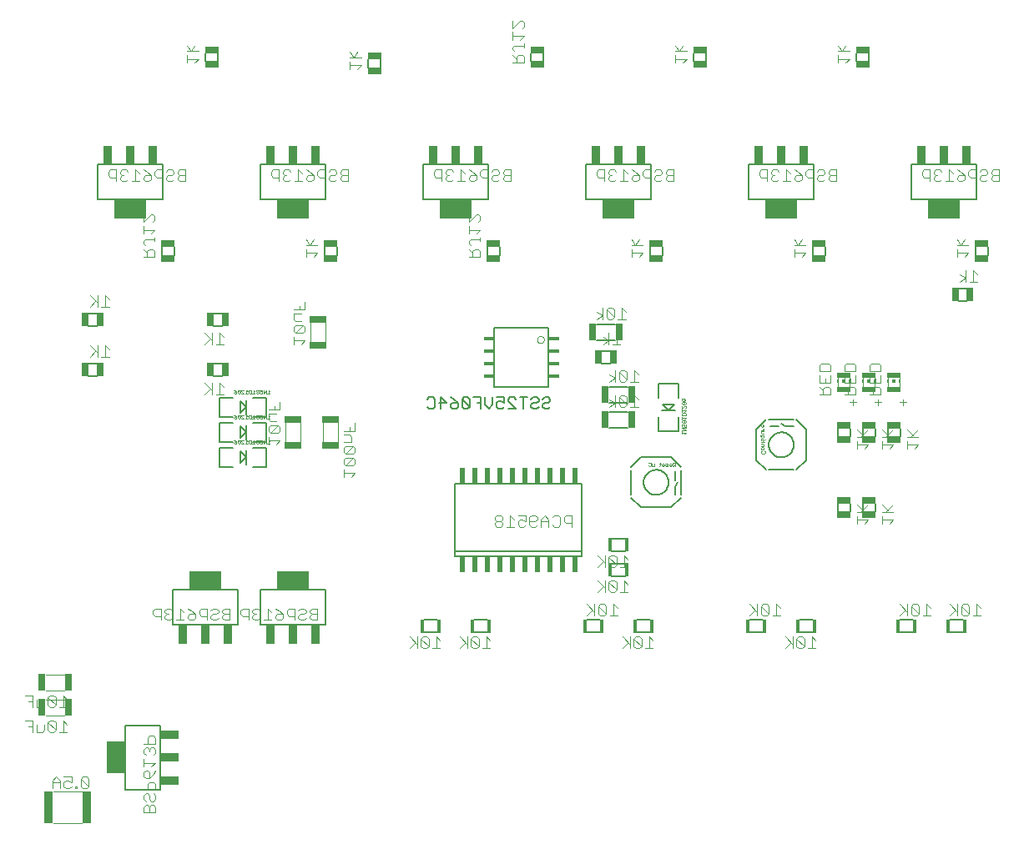
<source format=gbo>
G75*
%MOIN*%
%OFA0B0*%
%FSLAX24Y24*%
%IPPOS*%
%LPD*%
%AMOC8*
5,1,8,0,0,1.08239X$1,22.5*
%
%ADD10C,0.0060*%
%ADD11C,0.0040*%
%ADD12R,0.0290X0.0690*%
%ADD13R,0.0256X0.0551*%
%ADD14R,0.0551X0.0256*%
%ADD15R,0.0295X0.0669*%
%ADD16R,0.0374X0.1299*%
%ADD17R,0.0669X0.0295*%
%ADD18C,0.0080*%
%ADD19C,0.0010*%
%ADD20R,0.1260X0.0730*%
%ADD21R,0.0340X0.0730*%
%ADD22C,0.0050*%
%ADD23C,0.0020*%
%ADD24R,0.0400X0.0140*%
%ADD25R,0.0730X0.1260*%
%ADD26R,0.0730X0.0340*%
%ADD27R,0.0193X0.0598*%
%ADD28R,0.0140X0.0560*%
%ADD29C,0.0030*%
%ADD30R,0.0059X0.0118*%
%ADD31R,0.0118X0.0118*%
%ADD32R,0.0531X0.0236*%
D10*
X020820Y010100D02*
X021380Y010100D01*
X021380Y010600D02*
X020820Y010600D01*
X022820Y010600D02*
X023380Y010600D01*
X023380Y010100D02*
X022820Y010100D01*
X027320Y010100D02*
X027880Y010100D01*
X027880Y010600D02*
X027320Y010600D01*
X029320Y010600D02*
X029880Y010600D01*
X029880Y010100D02*
X029320Y010100D01*
X028880Y012350D02*
X028320Y012350D01*
X028320Y012850D02*
X028880Y012850D01*
X028880Y013350D02*
X028320Y013350D01*
X028320Y013850D02*
X028880Y013850D01*
X033820Y010600D02*
X034380Y010600D01*
X034380Y010100D02*
X033820Y010100D01*
X035820Y010100D02*
X036380Y010100D01*
X036380Y010600D02*
X035820Y010600D01*
X039820Y010600D02*
X040380Y010600D01*
X040380Y010100D02*
X039820Y010100D01*
X041820Y010100D02*
X042380Y010100D01*
X042380Y010600D02*
X041820Y010600D01*
X038850Y014939D02*
X038850Y015261D01*
X038350Y015261D02*
X038350Y014939D01*
X037850Y014939D02*
X037850Y015261D01*
X037350Y015261D02*
X037350Y014939D01*
X037350Y017939D02*
X037350Y018261D01*
X037850Y018261D02*
X037850Y017939D01*
X038350Y017939D02*
X038350Y018261D01*
X038850Y018261D02*
X038850Y017939D01*
X039350Y017939D02*
X039350Y018261D01*
X039850Y018261D02*
X039850Y017939D01*
X042189Y023350D02*
X042511Y023350D01*
X042511Y023850D02*
X042189Y023850D01*
X042850Y025189D02*
X042850Y025511D01*
X043350Y025511D02*
X043350Y025189D01*
X036850Y025189D02*
X036850Y025511D01*
X036350Y025511D02*
X036350Y025189D01*
X030350Y025189D02*
X030350Y025511D01*
X029850Y025511D02*
X029850Y025189D01*
X028475Y022420D02*
X027720Y022420D01*
X027720Y021780D02*
X028475Y021780D01*
X028261Y021350D02*
X027939Y021350D01*
X027939Y020850D02*
X028261Y020850D01*
X028220Y019920D02*
X028975Y019920D01*
X028975Y019280D02*
X028220Y019280D01*
X028220Y018920D02*
X028975Y018920D01*
X028975Y018280D02*
X028220Y018280D01*
X025810Y019920D02*
X023640Y019920D01*
X023640Y022280D01*
X025810Y022280D01*
X025810Y019920D01*
X023850Y025189D02*
X023850Y025511D01*
X023350Y025511D02*
X023350Y025189D01*
X017350Y025189D02*
X017350Y025511D01*
X016850Y025511D02*
X016850Y025189D01*
X012761Y022850D02*
X012439Y022850D01*
X012439Y022350D02*
X012761Y022350D01*
X012761Y020850D02*
X012439Y020850D01*
X012439Y020350D02*
X012761Y020350D01*
X007761Y020350D02*
X007439Y020350D01*
X007439Y020850D02*
X007761Y020850D01*
X007761Y022350D02*
X007439Y022350D01*
X007439Y022850D02*
X007761Y022850D01*
X010350Y025189D02*
X010350Y025511D01*
X010850Y025511D02*
X010850Y025189D01*
X018600Y032689D02*
X018600Y033011D01*
X019100Y033011D02*
X019100Y032689D01*
X025100Y032939D02*
X025100Y033261D01*
X025600Y033261D02*
X025600Y032939D01*
X031600Y032939D02*
X031600Y033261D01*
X032100Y033261D02*
X032100Y032939D01*
X038100Y032939D02*
X038100Y033261D01*
X038600Y033261D02*
X038600Y032939D01*
X012600Y032939D02*
X012600Y033261D01*
X012100Y033261D02*
X012100Y032939D01*
D11*
X011830Y033023D02*
X011370Y033023D01*
X011370Y032870D02*
X011370Y033177D01*
X011370Y033330D02*
X011830Y033330D01*
X011677Y033561D02*
X011523Y033330D01*
X011370Y033561D01*
X011830Y033023D02*
X011677Y032870D01*
X011303Y028600D02*
X011073Y028600D01*
X010996Y028524D01*
X010996Y028447D01*
X011073Y028370D01*
X011303Y028370D01*
X011303Y028140D02*
X011073Y028140D01*
X010996Y028217D01*
X010996Y028293D01*
X011073Y028370D01*
X010842Y028447D02*
X010766Y028370D01*
X010612Y028370D01*
X010535Y028293D01*
X010535Y028217D01*
X010612Y028140D01*
X010766Y028140D01*
X010842Y028217D01*
X010842Y028447D02*
X010842Y028524D01*
X010766Y028600D01*
X010612Y028600D01*
X010535Y028524D01*
X010382Y028600D02*
X010382Y028140D01*
X010382Y028293D02*
X010152Y028293D01*
X010075Y028370D01*
X010075Y028524D01*
X010152Y028600D01*
X010382Y028600D01*
X009922Y028370D02*
X009691Y028370D01*
X009615Y028293D01*
X009615Y028217D01*
X009691Y028140D01*
X009845Y028140D01*
X009922Y028217D01*
X009922Y028370D01*
X009768Y028524D01*
X009615Y028600D01*
X009461Y028447D02*
X009308Y028600D01*
X009308Y028140D01*
X009461Y028140D02*
X009154Y028140D01*
X009001Y028217D02*
X008924Y028140D01*
X008771Y028140D01*
X008694Y028217D01*
X008694Y028293D01*
X008771Y028370D01*
X008847Y028370D01*
X008771Y028370D02*
X008694Y028447D01*
X008694Y028524D01*
X008771Y028600D01*
X008924Y028600D01*
X009001Y028524D01*
X008540Y028600D02*
X008540Y028140D01*
X008540Y028293D02*
X008310Y028293D01*
X008233Y028370D01*
X008233Y028524D01*
X008310Y028600D01*
X008540Y028600D01*
X009620Y026808D02*
X009620Y026501D01*
X009927Y026808D01*
X010004Y026808D01*
X010080Y026731D01*
X010080Y026578D01*
X010004Y026501D01*
X010080Y026194D02*
X009620Y026194D01*
X009620Y026041D02*
X009620Y026348D01*
X009927Y026041D02*
X010080Y026194D01*
X010080Y025887D02*
X010080Y025734D01*
X010080Y025811D02*
X009697Y025811D01*
X009620Y025734D01*
X009620Y025657D01*
X009697Y025580D01*
X009620Y025427D02*
X009773Y025273D01*
X009773Y025350D02*
X009773Y025120D01*
X009620Y025120D02*
X010080Y025120D01*
X010080Y025350D01*
X010004Y025427D01*
X009850Y025427D01*
X009773Y025350D01*
X008097Y023580D02*
X008097Y023120D01*
X007944Y023120D02*
X008251Y023120D01*
X008251Y023427D02*
X008097Y023580D01*
X007790Y023580D02*
X007790Y023120D01*
X007790Y023273D02*
X007483Y023580D01*
X007714Y023350D02*
X007483Y023120D01*
X007483Y021580D02*
X007790Y021273D01*
X007714Y021350D02*
X007483Y021120D01*
X007790Y021120D02*
X007790Y021580D01*
X008097Y021580D02*
X008097Y021120D01*
X007944Y021120D02*
X008251Y021120D01*
X008251Y021427D02*
X008097Y021580D01*
X012063Y021620D02*
X012293Y021850D01*
X012370Y021773D02*
X012063Y022080D01*
X012370Y022080D02*
X012370Y021620D01*
X012523Y021620D02*
X012830Y021620D01*
X012677Y021620D02*
X012677Y022080D01*
X012830Y021927D01*
X012677Y020080D02*
X012677Y019620D01*
X012830Y019620D02*
X012523Y019620D01*
X012370Y019620D02*
X012370Y020080D01*
X012293Y019850D02*
X012063Y019620D01*
X012370Y019773D02*
X012063Y020080D01*
X012677Y020080D02*
X012830Y019927D01*
X014620Y019001D02*
X015080Y019001D01*
X015080Y019308D01*
X014850Y019155D02*
X014850Y019001D01*
X014927Y018848D02*
X014620Y018848D01*
X014620Y018618D01*
X014697Y018541D01*
X014927Y018541D01*
X015004Y018387D02*
X014697Y018080D01*
X014620Y018157D01*
X014620Y018311D01*
X014697Y018387D01*
X015004Y018387D01*
X015080Y018311D01*
X015080Y018157D01*
X015004Y018080D01*
X014697Y018080D01*
X014620Y017927D02*
X014620Y017620D01*
X014620Y017773D02*
X015080Y017773D01*
X014927Y017620D01*
X015290Y017720D02*
X015290Y018480D01*
X015910Y018480D02*
X015910Y017720D01*
X016790Y017720D02*
X016790Y018480D01*
X017410Y018480D02*
X017410Y017720D01*
X017620Y017699D02*
X017927Y017699D01*
X017927Y017929D01*
X017850Y018006D01*
X017620Y018006D01*
X017620Y018160D02*
X018080Y018160D01*
X018080Y018467D01*
X017850Y018313D02*
X017850Y018160D01*
X017697Y017546D02*
X017620Y017469D01*
X017620Y017316D01*
X017697Y017239D01*
X018004Y017546D01*
X017697Y017546D01*
X018004Y017546D02*
X018080Y017469D01*
X018080Y017316D01*
X018004Y017239D01*
X017697Y017239D01*
X017697Y017085D02*
X017620Y017009D01*
X017620Y016855D01*
X017697Y016778D01*
X018004Y017085D01*
X017697Y017085D01*
X017697Y016778D02*
X018004Y016778D01*
X018080Y016855D01*
X018080Y017009D01*
X018004Y017085D01*
X017620Y016625D02*
X017620Y016318D01*
X017620Y016471D02*
X018080Y016471D01*
X017927Y016318D01*
X023661Y014704D02*
X023661Y014627D01*
X023737Y014550D01*
X023891Y014550D01*
X023968Y014627D01*
X023968Y014704D01*
X023891Y014780D01*
X023737Y014780D01*
X023661Y014704D01*
X023737Y014550D02*
X023661Y014473D01*
X023661Y014397D01*
X023737Y014320D01*
X023891Y014320D01*
X023968Y014397D01*
X023968Y014473D01*
X023891Y014550D01*
X024121Y014320D02*
X024428Y014320D01*
X024275Y014320D02*
X024275Y014780D01*
X024428Y014627D01*
X024582Y014550D02*
X024582Y014397D01*
X024658Y014320D01*
X024812Y014320D01*
X024888Y014397D01*
X024888Y014550D02*
X024735Y014627D01*
X024658Y014627D01*
X024582Y014550D01*
X024582Y014780D02*
X024888Y014780D01*
X024888Y014550D01*
X025042Y014550D02*
X025272Y014550D01*
X025349Y014627D01*
X025349Y014704D01*
X025272Y014780D01*
X025119Y014780D01*
X025042Y014704D01*
X025042Y014397D01*
X025119Y014320D01*
X025272Y014320D01*
X025349Y014397D01*
X025502Y014320D02*
X025502Y014627D01*
X025656Y014780D01*
X025809Y014627D01*
X025809Y014320D01*
X025963Y014397D02*
X026039Y014320D01*
X026193Y014320D01*
X026270Y014397D01*
X026270Y014704D01*
X026193Y014780D01*
X026039Y014780D01*
X025963Y014704D01*
X025809Y014550D02*
X025502Y014550D01*
X026423Y014550D02*
X026500Y014473D01*
X026730Y014473D01*
X026730Y014320D02*
X026730Y014780D01*
X026500Y014780D01*
X026423Y014704D01*
X026423Y014550D01*
X027752Y013180D02*
X028059Y012873D01*
X027982Y012950D02*
X027752Y012720D01*
X028059Y012720D02*
X028059Y013180D01*
X028213Y013104D02*
X028520Y012797D01*
X028443Y012720D01*
X028289Y012720D01*
X028213Y012797D01*
X028213Y013104D01*
X028289Y013180D01*
X028443Y013180D01*
X028520Y013104D01*
X028520Y012797D01*
X028673Y012720D02*
X028980Y012720D01*
X028827Y012720D02*
X028827Y013180D01*
X028980Y013027D01*
X028827Y012180D02*
X028827Y011720D01*
X028980Y011720D02*
X028673Y011720D01*
X028520Y011797D02*
X028443Y011720D01*
X028289Y011720D01*
X028213Y011797D01*
X028213Y012104D01*
X028520Y011797D01*
X028520Y012104D01*
X028443Y012180D01*
X028289Y012180D01*
X028213Y012104D01*
X028059Y012180D02*
X028059Y011720D01*
X028059Y011873D02*
X027752Y012180D01*
X027982Y011950D02*
X027752Y011720D01*
X027640Y011230D02*
X027640Y010770D01*
X027640Y010923D02*
X027333Y011230D01*
X027564Y011000D02*
X027333Y010770D01*
X027794Y010847D02*
X027794Y011154D01*
X028101Y010847D01*
X028024Y010770D01*
X027871Y010770D01*
X027794Y010847D01*
X027794Y011154D02*
X027871Y011230D01*
X028024Y011230D01*
X028101Y011154D01*
X028101Y010847D01*
X028254Y010770D02*
X028561Y010770D01*
X028408Y010770D02*
X028408Y011230D01*
X028561Y011077D01*
X028980Y012027D02*
X028827Y012180D01*
X028752Y009930D02*
X029059Y009623D01*
X028982Y009700D02*
X028752Y009470D01*
X029059Y009470D02*
X029059Y009930D01*
X029213Y009854D02*
X029520Y009547D01*
X029443Y009470D01*
X029289Y009470D01*
X029213Y009547D01*
X029213Y009854D01*
X029289Y009930D01*
X029443Y009930D01*
X029520Y009854D01*
X029520Y009547D01*
X029673Y009470D02*
X029980Y009470D01*
X029827Y009470D02*
X029827Y009930D01*
X029980Y009777D01*
X033833Y010770D02*
X034064Y011000D01*
X034140Y010923D02*
X033833Y011230D01*
X034140Y011230D02*
X034140Y010770D01*
X034294Y010847D02*
X034294Y011154D01*
X034601Y010847D01*
X034524Y010770D01*
X034371Y010770D01*
X034294Y010847D01*
X034294Y011154D02*
X034371Y011230D01*
X034524Y011230D01*
X034601Y011154D01*
X034601Y010847D01*
X034754Y010770D02*
X035061Y010770D01*
X034908Y010770D02*
X034908Y011230D01*
X035061Y011077D01*
X035252Y009930D02*
X035559Y009623D01*
X035482Y009700D02*
X035252Y009470D01*
X035559Y009470D02*
X035559Y009930D01*
X035713Y009854D02*
X036020Y009547D01*
X035943Y009470D01*
X035789Y009470D01*
X035713Y009547D01*
X035713Y009854D01*
X035789Y009930D01*
X035943Y009930D01*
X036020Y009854D01*
X036020Y009547D01*
X036173Y009470D02*
X036480Y009470D01*
X036327Y009470D02*
X036327Y009930D01*
X036480Y009777D01*
X039833Y010770D02*
X040064Y011000D01*
X040140Y010923D02*
X039833Y011230D01*
X040140Y011230D02*
X040140Y010770D01*
X040294Y010847D02*
X040294Y011154D01*
X040601Y010847D01*
X040524Y010770D01*
X040371Y010770D01*
X040294Y010847D01*
X040294Y011154D02*
X040371Y011230D01*
X040524Y011230D01*
X040601Y011154D01*
X040601Y010847D01*
X040754Y010770D02*
X041061Y010770D01*
X040908Y010770D02*
X040908Y011230D01*
X041061Y011077D01*
X041833Y011230D02*
X042140Y010923D01*
X042064Y011000D02*
X041833Y010770D01*
X042140Y010770D02*
X042140Y011230D01*
X042294Y011154D02*
X042601Y010847D01*
X042524Y010770D01*
X042371Y010770D01*
X042294Y010847D01*
X042294Y011154D01*
X042371Y011230D01*
X042524Y011230D01*
X042601Y011154D01*
X042601Y010847D01*
X042754Y010770D02*
X043061Y010770D01*
X042908Y010770D02*
X042908Y011230D01*
X043061Y011077D01*
X039580Y014603D02*
X039120Y014603D01*
X039120Y014756D02*
X039120Y014449D01*
X039427Y014449D02*
X039580Y014603D01*
X039580Y014910D02*
X039120Y014910D01*
X039273Y014910D02*
X039580Y015217D01*
X039350Y014986D02*
X039120Y015217D01*
X038580Y015217D02*
X038273Y014910D01*
X038350Y014986D02*
X038120Y015217D01*
X038120Y014910D02*
X038580Y014910D01*
X038580Y014603D02*
X038120Y014603D01*
X038120Y014756D02*
X038120Y014449D01*
X038427Y014449D02*
X038580Y014603D01*
X038427Y017449D02*
X038580Y017603D01*
X038120Y017603D01*
X038120Y017756D02*
X038120Y017449D01*
X038120Y017910D02*
X038580Y017910D01*
X038350Y017986D02*
X038120Y018217D01*
X038273Y017910D02*
X038580Y018217D01*
X039120Y018217D02*
X039350Y017986D01*
X039273Y017910D02*
X039580Y018217D01*
X039580Y017910D02*
X039120Y017910D01*
X039120Y017756D02*
X039120Y017449D01*
X039120Y017603D02*
X039580Y017603D01*
X039427Y017449D01*
X040120Y017449D02*
X040120Y017756D01*
X040120Y017603D02*
X040580Y017603D01*
X040427Y017449D01*
X040580Y017910D02*
X040120Y017910D01*
X040273Y017910D02*
X040580Y018217D01*
X040350Y017986D02*
X040120Y018217D01*
X039080Y019620D02*
X038620Y019620D01*
X038773Y019620D02*
X038773Y019850D01*
X038850Y019927D01*
X039004Y019927D01*
X039080Y019850D01*
X039080Y019620D01*
X038773Y019773D02*
X038620Y019927D01*
X038620Y020080D02*
X038620Y020387D01*
X038620Y020541D02*
X038620Y020771D01*
X038697Y020848D01*
X039004Y020848D01*
X039080Y020771D01*
X039080Y020541D01*
X038620Y020541D01*
X038846Y020277D02*
X038846Y019923D01*
X038850Y020080D02*
X038850Y020234D01*
X039080Y020080D02*
X038620Y020080D01*
X038354Y019913D02*
X038354Y020277D01*
X038080Y020387D02*
X038080Y020080D01*
X037620Y020080D01*
X037620Y020387D01*
X037620Y020541D02*
X037620Y020771D01*
X037697Y020848D01*
X038004Y020848D01*
X038080Y020771D01*
X038080Y020541D01*
X037620Y020541D01*
X037846Y020277D02*
X037846Y019923D01*
X037850Y019927D02*
X037773Y019850D01*
X037773Y019620D01*
X037620Y019620D02*
X038080Y019620D01*
X038080Y019850D01*
X038004Y019927D01*
X037850Y019927D01*
X037850Y020080D02*
X037850Y020234D01*
X037620Y019927D02*
X037773Y019773D01*
X037354Y019913D02*
X037354Y020277D01*
X037080Y020387D02*
X037080Y020080D01*
X036620Y020080D01*
X036620Y020387D01*
X036620Y020541D02*
X036620Y020771D01*
X036697Y020848D01*
X037004Y020848D01*
X037080Y020771D01*
X037080Y020541D01*
X036620Y020541D01*
X036850Y020234D02*
X036850Y020080D01*
X036850Y019927D02*
X036773Y019850D01*
X036773Y019620D01*
X036620Y019620D02*
X037080Y019620D01*
X037080Y019850D01*
X037004Y019927D01*
X036850Y019927D01*
X036773Y019773D02*
X036620Y019927D01*
X039080Y020080D02*
X039080Y020387D01*
X039354Y020277D02*
X039354Y019913D01*
X039846Y019923D02*
X039846Y020277D01*
X042233Y024120D02*
X042464Y024273D01*
X042233Y024427D01*
X042464Y024580D02*
X042464Y024120D01*
X042617Y024120D02*
X042924Y024120D01*
X042771Y024120D02*
X042771Y024580D01*
X042924Y024427D01*
X042427Y025120D02*
X042580Y025273D01*
X042120Y025273D01*
X042120Y025120D02*
X042120Y025427D01*
X042120Y025580D02*
X042580Y025580D01*
X042427Y025811D02*
X042273Y025580D01*
X042120Y025811D01*
X042191Y028140D02*
X042115Y028217D01*
X042115Y028293D01*
X042191Y028370D01*
X042422Y028370D01*
X042422Y028217D01*
X042345Y028140D01*
X042191Y028140D01*
X041961Y028140D02*
X041654Y028140D01*
X041808Y028140D02*
X041808Y028600D01*
X041961Y028447D01*
X042115Y028600D02*
X042268Y028524D01*
X042422Y028370D01*
X042575Y028370D02*
X042652Y028293D01*
X042882Y028293D01*
X042882Y028140D02*
X042882Y028600D01*
X042652Y028600D01*
X042575Y028524D01*
X042575Y028370D01*
X043035Y028293D02*
X043035Y028217D01*
X043112Y028140D01*
X043266Y028140D01*
X043342Y028217D01*
X043496Y028217D02*
X043573Y028140D01*
X043803Y028140D01*
X043803Y028600D01*
X043573Y028600D01*
X043496Y028524D01*
X043496Y028447D01*
X043573Y028370D01*
X043803Y028370D01*
X043573Y028370D02*
X043496Y028293D01*
X043496Y028217D01*
X043342Y028447D02*
X043266Y028370D01*
X043112Y028370D01*
X043035Y028293D01*
X043035Y028524D02*
X043112Y028600D01*
X043266Y028600D01*
X043342Y028524D01*
X043342Y028447D01*
X041501Y028524D02*
X041424Y028600D01*
X041271Y028600D01*
X041194Y028524D01*
X041194Y028447D01*
X041271Y028370D01*
X041194Y028293D01*
X041194Y028217D01*
X041271Y028140D01*
X041424Y028140D01*
X041501Y028217D01*
X041347Y028370D02*
X041271Y028370D01*
X041040Y028293D02*
X040810Y028293D01*
X040733Y028370D01*
X040733Y028524D01*
X040810Y028600D01*
X041040Y028600D01*
X041040Y028140D01*
X037303Y028140D02*
X037073Y028140D01*
X036996Y028217D01*
X036996Y028293D01*
X037073Y028370D01*
X037303Y028370D01*
X037303Y028140D02*
X037303Y028600D01*
X037073Y028600D01*
X036996Y028524D01*
X036996Y028447D01*
X037073Y028370D01*
X036842Y028447D02*
X036766Y028370D01*
X036612Y028370D01*
X036535Y028293D01*
X036535Y028217D01*
X036612Y028140D01*
X036766Y028140D01*
X036842Y028217D01*
X036842Y028447D02*
X036842Y028524D01*
X036766Y028600D01*
X036612Y028600D01*
X036535Y028524D01*
X036382Y028600D02*
X036152Y028600D01*
X036075Y028524D01*
X036075Y028370D01*
X036152Y028293D01*
X036382Y028293D01*
X036382Y028140D02*
X036382Y028600D01*
X035922Y028370D02*
X035691Y028370D01*
X035615Y028293D01*
X035615Y028217D01*
X035691Y028140D01*
X035845Y028140D01*
X035922Y028217D01*
X035922Y028370D01*
X035768Y028524D01*
X035615Y028600D01*
X035461Y028447D02*
X035308Y028600D01*
X035308Y028140D01*
X035461Y028140D02*
X035154Y028140D01*
X035001Y028217D02*
X034924Y028140D01*
X034771Y028140D01*
X034694Y028217D01*
X034694Y028293D01*
X034771Y028370D01*
X034847Y028370D01*
X034771Y028370D02*
X034694Y028447D01*
X034694Y028524D01*
X034771Y028600D01*
X034924Y028600D01*
X035001Y028524D01*
X034540Y028600D02*
X034540Y028140D01*
X034540Y028293D02*
X034310Y028293D01*
X034233Y028370D01*
X034233Y028524D01*
X034310Y028600D01*
X034540Y028600D01*
X035620Y025811D02*
X035773Y025580D01*
X035927Y025811D01*
X036080Y025580D02*
X035620Y025580D01*
X035620Y025427D02*
X035620Y025120D01*
X035620Y025273D02*
X036080Y025273D01*
X035927Y025120D01*
X030803Y028140D02*
X030573Y028140D01*
X030496Y028217D01*
X030496Y028293D01*
X030573Y028370D01*
X030803Y028370D01*
X030803Y028140D02*
X030803Y028600D01*
X030573Y028600D01*
X030496Y028524D01*
X030496Y028447D01*
X030573Y028370D01*
X030342Y028447D02*
X030266Y028370D01*
X030112Y028370D01*
X030035Y028293D01*
X030035Y028217D01*
X030112Y028140D01*
X030266Y028140D01*
X030342Y028217D01*
X030342Y028447D02*
X030342Y028524D01*
X030266Y028600D01*
X030112Y028600D01*
X030035Y028524D01*
X029882Y028600D02*
X029652Y028600D01*
X029575Y028524D01*
X029575Y028370D01*
X029652Y028293D01*
X029882Y028293D01*
X029882Y028140D02*
X029882Y028600D01*
X029422Y028370D02*
X029191Y028370D01*
X029115Y028293D01*
X029115Y028217D01*
X029191Y028140D01*
X029345Y028140D01*
X029422Y028217D01*
X029422Y028370D01*
X029268Y028524D01*
X029115Y028600D01*
X028961Y028447D02*
X028808Y028600D01*
X028808Y028140D01*
X028961Y028140D02*
X028654Y028140D01*
X028501Y028217D02*
X028424Y028140D01*
X028271Y028140D01*
X028194Y028217D01*
X028194Y028293D01*
X028271Y028370D01*
X028347Y028370D01*
X028271Y028370D02*
X028194Y028447D01*
X028194Y028524D01*
X028271Y028600D01*
X028424Y028600D01*
X028501Y028524D01*
X028040Y028600D02*
X028040Y028140D01*
X028040Y028293D02*
X027810Y028293D01*
X027733Y028370D01*
X027733Y028524D01*
X027810Y028600D01*
X028040Y028600D01*
X029120Y025811D02*
X029273Y025580D01*
X029427Y025811D01*
X029580Y025580D02*
X029120Y025580D01*
X029120Y025427D02*
X029120Y025120D01*
X029120Y025273D02*
X029580Y025273D01*
X029427Y025120D01*
X028731Y023080D02*
X028731Y022620D01*
X028884Y022620D02*
X028578Y022620D01*
X028424Y022697D02*
X028117Y023004D01*
X028117Y022697D01*
X028194Y022620D01*
X028347Y022620D01*
X028424Y022697D01*
X028424Y023004D01*
X028347Y023080D01*
X028194Y023080D01*
X028117Y023004D01*
X027964Y023080D02*
X027964Y022620D01*
X027964Y022773D02*
X027733Y022927D01*
X027964Y022773D02*
X027733Y022620D01*
X028214Y022080D02*
X028214Y021620D01*
X028367Y021620D02*
X028674Y021620D01*
X028521Y021620D02*
X028521Y022080D01*
X028674Y021927D01*
X028214Y021773D02*
X027983Y021927D01*
X028214Y021773D02*
X027983Y021620D01*
X028464Y020580D02*
X028464Y020120D01*
X028464Y020273D02*
X028233Y020427D01*
X028464Y020273D02*
X028233Y020120D01*
X028617Y020197D02*
X028617Y020504D01*
X028924Y020197D01*
X028847Y020120D01*
X028694Y020120D01*
X028617Y020197D01*
X028617Y020504D02*
X028694Y020580D01*
X028847Y020580D01*
X028924Y020504D01*
X028924Y020197D01*
X029078Y020120D02*
X029384Y020120D01*
X029231Y020120D02*
X029231Y020580D01*
X029384Y020427D01*
X029231Y019580D02*
X029231Y019120D01*
X029384Y019120D02*
X029078Y019120D01*
X028924Y019197D02*
X028617Y019504D01*
X028617Y019197D01*
X028694Y019120D01*
X028847Y019120D01*
X028924Y019197D01*
X028924Y019504D01*
X028847Y019580D01*
X028694Y019580D01*
X028617Y019504D01*
X028464Y019580D02*
X028464Y019120D01*
X028464Y019273D02*
X028233Y019427D01*
X028464Y019273D02*
X028233Y019120D01*
X029231Y019580D02*
X029384Y019427D01*
X028884Y022927D02*
X028731Y023080D01*
X023080Y025120D02*
X023080Y025350D01*
X023004Y025427D01*
X022850Y025427D01*
X022773Y025350D01*
X022773Y025120D01*
X022620Y025120D02*
X023080Y025120D01*
X022773Y025273D02*
X022620Y025427D01*
X022697Y025580D02*
X022620Y025657D01*
X022620Y025734D01*
X022697Y025811D01*
X023080Y025811D01*
X023080Y025887D02*
X023080Y025734D01*
X022927Y026041D02*
X023080Y026194D01*
X022620Y026194D01*
X022620Y026041D02*
X022620Y026348D01*
X022620Y026501D02*
X022927Y026808D01*
X023004Y026808D01*
X023080Y026731D01*
X023080Y026578D01*
X023004Y026501D01*
X022620Y026501D02*
X022620Y026808D01*
X022691Y028140D02*
X022615Y028217D01*
X022615Y028293D01*
X022691Y028370D01*
X022922Y028370D01*
X022922Y028217D01*
X022845Y028140D01*
X022691Y028140D01*
X022461Y028140D02*
X022154Y028140D01*
X022308Y028140D02*
X022308Y028600D01*
X022461Y028447D01*
X022615Y028600D02*
X022768Y028524D01*
X022922Y028370D01*
X023075Y028370D02*
X023152Y028293D01*
X023382Y028293D01*
X023382Y028140D02*
X023382Y028600D01*
X023152Y028600D01*
X023075Y028524D01*
X023075Y028370D01*
X023535Y028293D02*
X023535Y028217D01*
X023612Y028140D01*
X023766Y028140D01*
X023842Y028217D01*
X023996Y028217D02*
X024073Y028140D01*
X024303Y028140D01*
X024303Y028600D01*
X024073Y028600D01*
X023996Y028524D01*
X023996Y028447D01*
X024073Y028370D01*
X024303Y028370D01*
X024073Y028370D02*
X023996Y028293D01*
X023996Y028217D01*
X023842Y028447D02*
X023766Y028370D01*
X023612Y028370D01*
X023535Y028293D01*
X023535Y028524D02*
X023612Y028600D01*
X023766Y028600D01*
X023842Y028524D01*
X023842Y028447D01*
X022001Y028524D02*
X021924Y028600D01*
X021771Y028600D01*
X021694Y028524D01*
X021694Y028447D01*
X021771Y028370D01*
X021694Y028293D01*
X021694Y028217D01*
X021771Y028140D01*
X021924Y028140D01*
X022001Y028217D01*
X021847Y028370D02*
X021771Y028370D01*
X021540Y028293D02*
X021310Y028293D01*
X021233Y028370D01*
X021233Y028524D01*
X021310Y028600D01*
X021540Y028600D01*
X021540Y028140D01*
X017803Y028140D02*
X017573Y028140D01*
X017496Y028217D01*
X017496Y028293D01*
X017573Y028370D01*
X017803Y028370D01*
X017803Y028140D02*
X017803Y028600D01*
X017573Y028600D01*
X017496Y028524D01*
X017496Y028447D01*
X017573Y028370D01*
X017342Y028447D02*
X017266Y028370D01*
X017112Y028370D01*
X017035Y028293D01*
X017035Y028217D01*
X017112Y028140D01*
X017266Y028140D01*
X017342Y028217D01*
X017342Y028447D02*
X017342Y028524D01*
X017266Y028600D01*
X017112Y028600D01*
X017035Y028524D01*
X016882Y028600D02*
X016882Y028140D01*
X016882Y028293D02*
X016652Y028293D01*
X016575Y028370D01*
X016575Y028524D01*
X016652Y028600D01*
X016882Y028600D01*
X016422Y028370D02*
X016191Y028370D01*
X016115Y028293D01*
X016115Y028217D01*
X016191Y028140D01*
X016345Y028140D01*
X016422Y028217D01*
X016422Y028370D01*
X016268Y028524D01*
X016115Y028600D01*
X015961Y028447D02*
X015808Y028600D01*
X015808Y028140D01*
X015961Y028140D02*
X015654Y028140D01*
X015501Y028217D02*
X015424Y028140D01*
X015271Y028140D01*
X015194Y028217D01*
X015194Y028293D01*
X015271Y028370D01*
X015347Y028370D01*
X015271Y028370D02*
X015194Y028447D01*
X015194Y028524D01*
X015271Y028600D01*
X015424Y028600D01*
X015501Y028524D01*
X015040Y028600D02*
X015040Y028140D01*
X015040Y028293D02*
X014810Y028293D01*
X014733Y028370D01*
X014733Y028524D01*
X014810Y028600D01*
X015040Y028600D01*
X016120Y025811D02*
X016273Y025580D01*
X016427Y025811D01*
X016580Y025580D02*
X016120Y025580D01*
X016120Y025427D02*
X016120Y025120D01*
X016120Y025273D02*
X016580Y025273D01*
X016427Y025120D01*
X016080Y023308D02*
X016080Y023001D01*
X015620Y023001D01*
X015620Y022848D02*
X015927Y022848D01*
X015850Y023001D02*
X015850Y023155D01*
X015620Y022848D02*
X015620Y022618D01*
X015697Y022541D01*
X015927Y022541D01*
X016004Y022387D02*
X015697Y022387D01*
X015620Y022311D01*
X015620Y022157D01*
X015697Y022080D01*
X016004Y022387D01*
X016080Y022311D01*
X016080Y022157D01*
X016004Y022080D01*
X015697Y022080D01*
X015620Y021927D02*
X015620Y021620D01*
X015620Y021773D02*
X016080Y021773D01*
X015927Y021620D01*
X016290Y021720D02*
X016290Y022480D01*
X016910Y022480D02*
X016910Y021720D01*
X011303Y028140D02*
X011303Y028600D01*
X017870Y032620D02*
X017870Y032927D01*
X017870Y033080D02*
X018330Y033080D01*
X018177Y033311D02*
X018023Y033080D01*
X017870Y033311D01*
X017870Y032773D02*
X018330Y032773D01*
X018177Y032620D01*
X024370Y032870D02*
X024830Y032870D01*
X024830Y033100D01*
X024754Y033177D01*
X024600Y033177D01*
X024523Y033100D01*
X024523Y032870D01*
X024523Y033023D02*
X024370Y033177D01*
X024447Y033330D02*
X024370Y033407D01*
X024370Y033484D01*
X024447Y033561D01*
X024830Y033561D01*
X024830Y033637D02*
X024830Y033484D01*
X024677Y033791D02*
X024830Y033944D01*
X024370Y033944D01*
X024370Y033791D02*
X024370Y034098D01*
X024370Y034251D02*
X024677Y034558D01*
X024754Y034558D01*
X024830Y034481D01*
X024830Y034328D01*
X024754Y034251D01*
X024370Y034251D02*
X024370Y034558D01*
X030870Y033561D02*
X031023Y033330D01*
X031177Y033561D01*
X031330Y033330D02*
X030870Y033330D01*
X030870Y033177D02*
X030870Y032870D01*
X030870Y033023D02*
X031330Y033023D01*
X031177Y032870D01*
X037370Y032870D02*
X037370Y033177D01*
X037370Y033330D02*
X037830Y033330D01*
X037677Y033561D02*
X037523Y033330D01*
X037370Y033561D01*
X037370Y033023D02*
X037830Y033023D01*
X037677Y032870D01*
X016580Y011060D02*
X016350Y011060D01*
X016273Y010984D01*
X016273Y010907D01*
X016350Y010830D01*
X016580Y010830D01*
X016580Y010600D02*
X016580Y011060D01*
X016350Y010830D02*
X016273Y010753D01*
X016273Y010677D01*
X016350Y010600D01*
X016580Y010600D01*
X016120Y010677D02*
X016043Y010600D01*
X015889Y010600D01*
X015813Y010677D01*
X015813Y010753D01*
X015889Y010830D01*
X016043Y010830D01*
X016120Y010907D01*
X016120Y010984D01*
X016043Y011060D01*
X015889Y011060D01*
X015813Y010984D01*
X015659Y011060D02*
X015429Y011060D01*
X015352Y010984D01*
X015352Y010830D01*
X015429Y010753D01*
X015659Y010753D01*
X015659Y010600D02*
X015659Y011060D01*
X015199Y010830D02*
X015199Y010677D01*
X015122Y010600D01*
X014969Y010600D01*
X014892Y010677D01*
X014892Y010753D01*
X014969Y010830D01*
X015199Y010830D01*
X015045Y010984D01*
X014892Y011060D01*
X014738Y010907D02*
X014585Y011060D01*
X014585Y010600D01*
X014738Y010600D02*
X014432Y010600D01*
X014278Y010677D02*
X014201Y010600D01*
X014048Y010600D01*
X013971Y010677D01*
X013971Y010753D01*
X014048Y010830D01*
X014125Y010830D01*
X014048Y010830D02*
X013971Y010907D01*
X013971Y010984D01*
X014048Y011060D01*
X014201Y011060D01*
X014278Y010984D01*
X013818Y011060D02*
X013818Y010600D01*
X013818Y010753D02*
X013587Y010753D01*
X013511Y010830D01*
X013511Y010984D01*
X013587Y011060D01*
X013818Y011060D01*
X013080Y011060D02*
X013080Y010600D01*
X012850Y010600D01*
X012773Y010677D01*
X012773Y010753D01*
X012850Y010830D01*
X013080Y010830D01*
X012850Y010830D02*
X012773Y010907D01*
X012773Y010984D01*
X012850Y011060D01*
X013080Y011060D01*
X012620Y010984D02*
X012620Y010907D01*
X012543Y010830D01*
X012389Y010830D01*
X012313Y010753D01*
X012313Y010677D01*
X012389Y010600D01*
X012543Y010600D01*
X012620Y010677D01*
X012620Y010984D02*
X012543Y011060D01*
X012389Y011060D01*
X012313Y010984D01*
X012159Y011060D02*
X011929Y011060D01*
X011852Y010984D01*
X011852Y010830D01*
X011929Y010753D01*
X012159Y010753D01*
X012159Y010600D02*
X012159Y011060D01*
X011699Y010830D02*
X011699Y010677D01*
X011622Y010600D01*
X011469Y010600D01*
X011392Y010677D01*
X011392Y010753D01*
X011469Y010830D01*
X011699Y010830D01*
X011545Y010984D01*
X011392Y011060D01*
X011238Y010907D02*
X011085Y011060D01*
X011085Y010600D01*
X011238Y010600D02*
X010932Y010600D01*
X010778Y010677D02*
X010701Y010600D01*
X010548Y010600D01*
X010471Y010677D01*
X010471Y010753D01*
X010548Y010830D01*
X010625Y010830D01*
X010548Y010830D02*
X010471Y010907D01*
X010471Y010984D01*
X010548Y011060D01*
X010701Y011060D01*
X010778Y010984D01*
X010318Y011060D02*
X010318Y010600D01*
X010318Y010753D02*
X010087Y010753D01*
X010011Y010830D01*
X010011Y010984D01*
X010087Y011060D01*
X010318Y011060D01*
X006480Y008410D02*
X005720Y008410D01*
X005720Y007790D02*
X006480Y007790D01*
X006427Y007580D02*
X006580Y007427D01*
X006480Y007410D02*
X005720Y007410D01*
X005659Y007427D02*
X005659Y007197D01*
X005582Y007120D01*
X005352Y007120D01*
X005352Y007427D01*
X005199Y007350D02*
X005045Y007350D01*
X005199Y007580D02*
X004892Y007580D01*
X005199Y007580D02*
X005199Y007120D01*
X005199Y006580D02*
X004892Y006580D01*
X005045Y006350D02*
X005199Y006350D01*
X005352Y006427D02*
X005352Y006120D01*
X005582Y006120D01*
X005659Y006197D01*
X005659Y006427D01*
X005813Y006504D02*
X006120Y006197D01*
X006043Y006120D01*
X005889Y006120D01*
X005813Y006197D01*
X005813Y006504D01*
X005889Y006580D01*
X006043Y006580D01*
X006120Y006504D01*
X006120Y006197D01*
X006273Y006120D02*
X006580Y006120D01*
X006427Y006120D02*
X006427Y006580D01*
X006580Y006427D01*
X006480Y006790D02*
X005720Y006790D01*
X005889Y007120D02*
X006043Y007120D01*
X006120Y007197D01*
X005813Y007504D01*
X005813Y007197D01*
X005889Y007120D01*
X006120Y007197D02*
X006120Y007504D01*
X006043Y007580D01*
X005889Y007580D01*
X005813Y007504D01*
X006427Y007580D02*
X006427Y007120D01*
X006580Y007120D02*
X006273Y007120D01*
X005199Y006580D02*
X005199Y006120D01*
X006137Y004330D02*
X005983Y004177D01*
X005983Y003870D01*
X006030Y003730D02*
X007180Y003730D01*
X007211Y003870D02*
X007365Y003870D01*
X007441Y003947D01*
X007134Y004254D01*
X007134Y003947D01*
X007211Y003870D01*
X006981Y003870D02*
X006904Y003870D01*
X006904Y003947D01*
X006981Y003947D01*
X006981Y003870D01*
X006751Y003947D02*
X006674Y003870D01*
X006521Y003870D01*
X006444Y003947D01*
X006444Y004100D01*
X006521Y004177D01*
X006597Y004177D01*
X006751Y004100D01*
X006751Y004330D01*
X006444Y004330D01*
X006290Y004177D02*
X006137Y004330D01*
X006290Y004177D02*
X006290Y003870D01*
X006290Y004100D02*
X005983Y004100D01*
X007134Y004254D02*
X007211Y004330D01*
X007365Y004330D01*
X007441Y004254D01*
X007441Y003947D01*
X007180Y002470D02*
X006020Y002470D01*
X009640Y002897D02*
X009640Y003127D01*
X009717Y003204D01*
X009793Y003204D01*
X009870Y003127D01*
X009870Y002897D01*
X009640Y002897D02*
X010100Y002897D01*
X010100Y003127D01*
X010024Y003204D01*
X009947Y003204D01*
X009870Y003127D01*
X009947Y003358D02*
X009870Y003434D01*
X009870Y003588D01*
X009793Y003665D01*
X009717Y003665D01*
X009640Y003588D01*
X009640Y003434D01*
X009717Y003358D01*
X009947Y003358D02*
X010024Y003358D01*
X010100Y003434D01*
X010100Y003588D01*
X010024Y003665D01*
X010100Y003818D02*
X010100Y004048D01*
X010024Y004125D01*
X009870Y004125D01*
X009793Y004048D01*
X009793Y003818D01*
X009640Y003818D02*
X010100Y003818D01*
X009870Y004278D02*
X009870Y004509D01*
X009793Y004585D01*
X009717Y004585D01*
X009640Y004509D01*
X009640Y004355D01*
X009717Y004278D01*
X009870Y004278D01*
X010024Y004432D01*
X010100Y004585D01*
X009947Y004739D02*
X010100Y004892D01*
X009640Y004892D01*
X009640Y004739D02*
X009640Y005046D01*
X009717Y005199D02*
X009640Y005276D01*
X009640Y005429D01*
X009717Y005506D01*
X009793Y005506D01*
X009870Y005429D01*
X009870Y005353D01*
X009870Y005429D02*
X009947Y005506D01*
X010024Y005506D01*
X010100Y005429D01*
X010100Y005276D01*
X010024Y005199D01*
X010100Y005660D02*
X009640Y005660D01*
X009793Y005660D02*
X009793Y005890D01*
X009870Y005967D01*
X010024Y005967D01*
X010100Y005890D01*
X010100Y005660D01*
X020252Y009470D02*
X020482Y009700D01*
X020559Y009623D02*
X020252Y009930D01*
X020559Y009930D02*
X020559Y009470D01*
X020713Y009547D02*
X020789Y009470D01*
X020943Y009470D01*
X021020Y009547D01*
X020713Y009854D01*
X020713Y009547D01*
X021020Y009547D02*
X021020Y009854D01*
X020943Y009930D01*
X020789Y009930D01*
X020713Y009854D01*
X021173Y009470D02*
X021480Y009470D01*
X021327Y009470D02*
X021327Y009930D01*
X021480Y009777D01*
X022252Y009930D02*
X022559Y009623D01*
X022482Y009700D02*
X022252Y009470D01*
X022559Y009470D02*
X022559Y009930D01*
X022713Y009854D02*
X023020Y009547D01*
X022943Y009470D01*
X022789Y009470D01*
X022713Y009547D01*
X022713Y009854D01*
X022789Y009930D01*
X022943Y009930D01*
X023020Y009854D01*
X023020Y009547D01*
X023173Y009470D02*
X023480Y009470D01*
X023327Y009470D02*
X023327Y009930D01*
X023480Y009777D01*
D12*
X028080Y018600D03*
X028080Y019600D03*
X029120Y019600D03*
X029120Y018600D03*
X028620Y022100D03*
X027580Y022100D03*
D13*
X027808Y021099D03*
X028388Y021099D03*
X042058Y023599D03*
X042638Y023599D03*
X012892Y022601D03*
X012312Y022601D03*
X012312Y020601D03*
X012892Y020601D03*
X007888Y020599D03*
X007308Y020599D03*
X007308Y022599D03*
X007888Y022599D03*
D14*
X010601Y025058D03*
X010601Y025638D03*
X017101Y025638D03*
X017101Y025058D03*
X023601Y025058D03*
X023601Y025638D03*
X030101Y025638D03*
X030101Y025058D03*
X036601Y025058D03*
X036601Y025638D03*
X043101Y025638D03*
X043101Y025058D03*
X039599Y018392D03*
X039599Y017812D03*
X038599Y017812D03*
X038599Y018392D03*
X037599Y018392D03*
X037599Y017812D03*
X037599Y015392D03*
X037599Y014812D03*
X038599Y014812D03*
X038599Y015392D03*
X038351Y032808D03*
X038351Y033388D03*
X031851Y033388D03*
X031851Y032808D03*
X025351Y032808D03*
X025351Y033388D03*
X018851Y033138D03*
X018851Y032558D03*
X012351Y032808D03*
X012351Y033388D03*
D15*
X006622Y008100D03*
X005578Y008100D03*
X005578Y007100D03*
X006622Y007100D03*
D16*
X005847Y003100D03*
X007357Y003100D03*
D17*
X015600Y017578D03*
X015600Y018622D03*
X017100Y018622D03*
X017100Y017578D03*
X016600Y021578D03*
X016600Y022622D03*
D18*
X014545Y019494D02*
X013994Y019494D01*
X013718Y019376D02*
X013718Y019100D01*
X013482Y019336D01*
X013482Y018864D01*
X013718Y019100D01*
X013718Y018824D01*
X013994Y018706D02*
X014545Y018706D01*
X014545Y019494D01*
X014545Y018494D02*
X013994Y018494D01*
X013718Y018376D02*
X013718Y018100D01*
X013482Y018336D01*
X013482Y017864D01*
X013718Y018100D01*
X013718Y017824D01*
X013994Y017706D02*
X014545Y017706D01*
X014545Y018494D01*
X014545Y017494D02*
X013994Y017494D01*
X013718Y017376D02*
X013718Y017100D01*
X013482Y017336D01*
X013482Y016864D01*
X013718Y017100D01*
X013718Y016824D01*
X013994Y016706D02*
X014545Y016706D01*
X014545Y017494D01*
X013206Y017494D02*
X012655Y017494D01*
X012655Y016706D01*
X013206Y016706D01*
X013206Y017706D02*
X012655Y017706D01*
X012655Y018494D01*
X013206Y018494D01*
X013206Y018706D02*
X012655Y018706D01*
X012655Y019494D01*
X013206Y019494D01*
X022057Y016057D02*
X022057Y013340D01*
X022057Y013143D01*
X027143Y013143D01*
X027143Y013340D01*
X022057Y013340D01*
X022057Y016057D02*
X027143Y016057D01*
X027143Y013340D01*
X029100Y015494D02*
X029494Y015100D01*
X030706Y015100D01*
X031100Y015494D01*
X031100Y015612D02*
X031100Y016588D01*
X031100Y016706D02*
X030706Y017100D01*
X029494Y017100D01*
X029100Y016706D01*
X029100Y016588D02*
X029100Y015600D01*
X029600Y016100D02*
X029602Y016144D01*
X029608Y016188D01*
X029618Y016231D01*
X029631Y016273D01*
X029648Y016314D01*
X029669Y016353D01*
X029693Y016390D01*
X029720Y016425D01*
X029750Y016457D01*
X029783Y016487D01*
X029819Y016513D01*
X029856Y016537D01*
X029896Y016556D01*
X029937Y016573D01*
X029980Y016585D01*
X030023Y016594D01*
X030067Y016599D01*
X030111Y016600D01*
X030155Y016597D01*
X030199Y016590D01*
X030242Y016579D01*
X030284Y016565D01*
X030324Y016547D01*
X030363Y016525D01*
X030399Y016501D01*
X030433Y016473D01*
X030465Y016442D01*
X030494Y016408D01*
X030520Y016372D01*
X030542Y016334D01*
X030561Y016294D01*
X030576Y016252D01*
X030588Y016210D01*
X030596Y016166D01*
X030600Y016122D01*
X030600Y016078D01*
X030596Y016034D01*
X030588Y015990D01*
X030576Y015948D01*
X030561Y015906D01*
X030542Y015866D01*
X030520Y015828D01*
X030494Y015792D01*
X030465Y015758D01*
X030433Y015727D01*
X030399Y015699D01*
X030363Y015675D01*
X030324Y015653D01*
X030284Y015635D01*
X030242Y015621D01*
X030199Y015610D01*
X030155Y015603D01*
X030111Y015600D01*
X030067Y015601D01*
X030023Y015606D01*
X029980Y015615D01*
X029937Y015627D01*
X029896Y015644D01*
X029856Y015663D01*
X029819Y015687D01*
X029783Y015713D01*
X029750Y015743D01*
X029720Y015775D01*
X029693Y015810D01*
X029669Y015847D01*
X029648Y015886D01*
X029631Y015927D01*
X029618Y015969D01*
X029608Y016012D01*
X029602Y016056D01*
X029600Y016100D01*
X030206Y018155D02*
X030994Y018155D01*
X030994Y018706D01*
X030876Y018982D02*
X030600Y018982D01*
X030836Y019218D01*
X030364Y019218D01*
X030600Y018982D01*
X030324Y018982D01*
X030206Y018706D02*
X030206Y018155D01*
X030206Y019494D02*
X030206Y020045D01*
X030994Y020045D01*
X030994Y019494D01*
X034100Y018206D02*
X034100Y016994D01*
X034494Y016600D01*
X034612Y016600D02*
X035600Y016600D01*
X035706Y016600D02*
X036100Y016994D01*
X036100Y018206D01*
X035706Y018600D01*
X035588Y018600D02*
X034612Y018600D01*
X034494Y018600D02*
X034100Y018206D01*
X034600Y017600D02*
X034602Y017644D01*
X034608Y017688D01*
X034618Y017731D01*
X034631Y017773D01*
X034648Y017814D01*
X034669Y017853D01*
X034693Y017890D01*
X034720Y017925D01*
X034750Y017957D01*
X034783Y017987D01*
X034819Y018013D01*
X034856Y018037D01*
X034896Y018056D01*
X034937Y018073D01*
X034980Y018085D01*
X035023Y018094D01*
X035067Y018099D01*
X035111Y018100D01*
X035155Y018097D01*
X035199Y018090D01*
X035242Y018079D01*
X035284Y018065D01*
X035324Y018047D01*
X035363Y018025D01*
X035399Y018001D01*
X035433Y017973D01*
X035465Y017942D01*
X035494Y017908D01*
X035520Y017872D01*
X035542Y017834D01*
X035561Y017794D01*
X035576Y017752D01*
X035588Y017710D01*
X035596Y017666D01*
X035600Y017622D01*
X035600Y017578D01*
X035596Y017534D01*
X035588Y017490D01*
X035576Y017448D01*
X035561Y017406D01*
X035542Y017366D01*
X035520Y017328D01*
X035494Y017292D01*
X035465Y017258D01*
X035433Y017227D01*
X035399Y017199D01*
X035363Y017175D01*
X035324Y017153D01*
X035284Y017135D01*
X035242Y017121D01*
X035199Y017110D01*
X035155Y017103D01*
X035111Y017100D01*
X035067Y017101D01*
X035023Y017106D01*
X034980Y017115D01*
X034937Y017127D01*
X034896Y017144D01*
X034856Y017163D01*
X034819Y017187D01*
X034783Y017213D01*
X034750Y017243D01*
X034720Y017275D01*
X034693Y017310D01*
X034669Y017347D01*
X034648Y017386D01*
X034631Y017427D01*
X034618Y017469D01*
X034608Y017512D01*
X034602Y017556D01*
X034600Y017600D01*
X033810Y027400D02*
X036390Y027400D01*
X036390Y028800D01*
X033810Y028800D01*
X033810Y027400D01*
X029890Y027400D02*
X027310Y027400D01*
X027310Y028800D01*
X029890Y028800D01*
X029890Y027400D01*
X023390Y027400D02*
X020810Y027400D01*
X020810Y028800D01*
X023390Y028800D01*
X023390Y027400D01*
X016890Y027400D02*
X014310Y027400D01*
X014310Y028800D01*
X016890Y028800D01*
X016890Y027400D01*
X010390Y027400D02*
X007810Y027400D01*
X007810Y028800D01*
X010390Y028800D01*
X010390Y027400D01*
X010810Y011800D02*
X013390Y011800D01*
X013390Y010400D01*
X010810Y010400D01*
X010810Y011800D01*
X014310Y011800D02*
X014310Y010400D01*
X016890Y010400D01*
X016890Y011800D01*
X014310Y011800D01*
X010300Y006390D02*
X008900Y006390D01*
X008900Y003810D01*
X010300Y003810D01*
X010300Y006390D01*
X040310Y027400D02*
X042890Y027400D01*
X042890Y028800D01*
X040310Y028800D01*
X040310Y027400D01*
D19*
X031295Y019458D02*
X031270Y019408D01*
X031220Y019358D01*
X031220Y019433D01*
X031195Y019458D01*
X031170Y019458D01*
X031145Y019433D01*
X031145Y019383D01*
X031170Y019358D01*
X031220Y019358D01*
X031170Y019310D02*
X031145Y019285D01*
X031145Y019235D01*
X031170Y019210D01*
X031270Y019310D01*
X031170Y019310D01*
X031170Y019210D02*
X031270Y019210D01*
X031295Y019235D01*
X031295Y019285D01*
X031270Y019310D01*
X031270Y019163D02*
X031295Y019138D01*
X031295Y019088D01*
X031270Y019063D01*
X031270Y019163D02*
X031245Y019163D01*
X031145Y019063D01*
X031145Y019163D01*
X031145Y019016D02*
X031145Y018916D01*
X031145Y018966D02*
X031295Y018966D01*
X031245Y018916D01*
X031270Y018868D02*
X031295Y018843D01*
X031295Y018768D01*
X031145Y018768D01*
X031145Y018843D01*
X031170Y018868D01*
X031270Y018868D01*
X031145Y018721D02*
X031145Y018621D01*
X031145Y018671D02*
X031295Y018671D01*
X031245Y018621D01*
X031245Y018574D02*
X031220Y018549D01*
X031220Y018499D01*
X031245Y018474D01*
X031270Y018474D01*
X031295Y018499D01*
X031295Y018549D01*
X031270Y018574D01*
X031245Y018574D01*
X031220Y018549D02*
X031195Y018574D01*
X031170Y018574D01*
X031145Y018549D01*
X031145Y018499D01*
X031170Y018474D01*
X031195Y018474D01*
X031220Y018499D01*
X031220Y018426D02*
X031170Y018426D01*
X031145Y018401D01*
X031145Y018351D01*
X031170Y018326D01*
X031220Y018326D02*
X031245Y018376D01*
X031245Y018401D01*
X031220Y018426D01*
X031295Y018426D02*
X031295Y018326D01*
X031220Y018326D01*
X031145Y018279D02*
X031295Y018279D01*
X031295Y018179D02*
X031145Y018279D01*
X031145Y018179D02*
X031295Y018179D01*
X031295Y018082D02*
X031145Y018082D01*
X031145Y018032D02*
X031145Y018132D01*
X031245Y018032D02*
X031295Y018082D01*
X030874Y016895D02*
X030799Y016895D01*
X030774Y016870D01*
X030774Y016820D01*
X030799Y016795D01*
X030874Y016795D01*
X030824Y016795D02*
X030774Y016745D01*
X030727Y016770D02*
X030727Y016820D01*
X030702Y016845D01*
X030652Y016845D01*
X030627Y016820D01*
X030627Y016795D01*
X030727Y016795D01*
X030727Y016770D02*
X030702Y016745D01*
X030652Y016745D01*
X030580Y016745D02*
X030505Y016745D01*
X030480Y016770D01*
X030505Y016795D01*
X030555Y016795D01*
X030580Y016820D01*
X030555Y016845D01*
X030480Y016845D01*
X030433Y016820D02*
X030408Y016845D01*
X030357Y016845D01*
X030332Y016820D01*
X030332Y016795D01*
X030433Y016795D01*
X030433Y016770D02*
X030433Y016820D01*
X030433Y016770D02*
X030408Y016745D01*
X030357Y016745D01*
X030260Y016770D02*
X030260Y016870D01*
X030285Y016845D02*
X030235Y016845D01*
X030260Y016770D02*
X030235Y016745D01*
X030040Y016770D02*
X030015Y016745D01*
X029940Y016745D01*
X029940Y016845D01*
X029892Y016870D02*
X029892Y016770D01*
X029867Y016745D01*
X029817Y016745D01*
X029792Y016770D01*
X029792Y016870D02*
X029817Y016895D01*
X029867Y016895D01*
X029892Y016870D01*
X030040Y016845D02*
X030040Y016770D01*
X030874Y016745D02*
X030874Y016895D01*
X034255Y017943D02*
X034255Y017968D01*
X034280Y017993D01*
X034405Y017993D01*
X034405Y017918D01*
X034380Y017893D01*
X034330Y017893D01*
X034305Y017918D01*
X034305Y017993D01*
X034330Y018041D02*
X034305Y018066D01*
X034305Y018141D01*
X034405Y018141D01*
X034405Y018188D02*
X034305Y018188D01*
X034355Y018188D02*
X034405Y018238D01*
X034405Y018263D01*
X034380Y018311D02*
X034405Y018336D01*
X034405Y018386D01*
X034380Y018411D01*
X034355Y018411D01*
X034355Y018311D01*
X034330Y018311D02*
X034380Y018311D01*
X034330Y018311D02*
X034305Y018336D01*
X034305Y018386D01*
X034330Y018041D02*
X034405Y018041D01*
X034305Y017845D02*
X034305Y017795D01*
X034305Y017820D02*
X034405Y017820D01*
X034405Y017795D01*
X034380Y017747D02*
X034380Y017697D01*
X034380Y017650D02*
X034305Y017650D01*
X034305Y017722D02*
X034430Y017722D01*
X034455Y017747D01*
X034455Y017820D02*
X034480Y017820D01*
X034380Y017650D02*
X034405Y017625D01*
X034405Y017550D01*
X034305Y017550D01*
X034330Y017502D02*
X034380Y017502D01*
X034405Y017477D01*
X034405Y017427D01*
X034380Y017402D01*
X034330Y017402D01*
X034305Y017427D01*
X034305Y017477D01*
X034330Y017502D01*
X034330Y017355D02*
X034305Y017330D01*
X034305Y017280D01*
X034330Y017255D01*
X034430Y017255D01*
X034455Y017280D01*
X034455Y017330D01*
X034430Y017355D01*
X014668Y017645D02*
X014568Y017645D01*
X014521Y017645D02*
X014521Y017795D01*
X014421Y017645D01*
X014421Y017795D01*
X014374Y017795D02*
X014374Y017720D01*
X014324Y017745D01*
X014299Y017745D01*
X014274Y017720D01*
X014274Y017670D01*
X014299Y017645D01*
X014349Y017645D01*
X014374Y017670D01*
X014374Y017795D02*
X014274Y017795D01*
X014226Y017770D02*
X014226Y017745D01*
X014201Y017720D01*
X014151Y017720D01*
X014126Y017695D01*
X014126Y017670D01*
X014151Y017645D01*
X014201Y017645D01*
X014226Y017670D01*
X014226Y017695D01*
X014201Y017720D01*
X014151Y017720D02*
X014126Y017745D01*
X014126Y017770D01*
X014151Y017795D01*
X014201Y017795D01*
X014226Y017770D01*
X014079Y017745D02*
X014029Y017795D01*
X014029Y017645D01*
X014079Y017645D02*
X013979Y017645D01*
X013932Y017645D02*
X013857Y017645D01*
X013832Y017670D01*
X013832Y017770D01*
X013857Y017795D01*
X013932Y017795D01*
X013932Y017645D01*
X013784Y017645D02*
X013684Y017645D01*
X013637Y017645D02*
X013537Y017745D01*
X013537Y017770D01*
X013562Y017795D01*
X013612Y017795D01*
X013637Y017770D01*
X013734Y017795D02*
X013734Y017645D01*
X013637Y017645D02*
X013537Y017645D01*
X013490Y017670D02*
X013390Y017770D01*
X013390Y017670D01*
X013415Y017645D01*
X013465Y017645D01*
X013490Y017670D01*
X013490Y017770D01*
X013465Y017795D01*
X013415Y017795D01*
X013390Y017770D01*
X013342Y017720D02*
X013267Y017720D01*
X013242Y017695D01*
X013242Y017670D01*
X013267Y017645D01*
X013317Y017645D01*
X013342Y017670D01*
X013342Y017720D01*
X013292Y017770D01*
X013242Y017795D01*
X013734Y017795D02*
X013784Y017745D01*
X014618Y017795D02*
X014618Y017645D01*
X014668Y017745D02*
X014618Y017795D01*
X014618Y018645D02*
X014618Y018795D01*
X014668Y018745D01*
X014668Y018645D02*
X014568Y018645D01*
X014521Y018645D02*
X014521Y018795D01*
X014421Y018645D01*
X014421Y018795D01*
X014374Y018795D02*
X014374Y018720D01*
X014324Y018745D01*
X014299Y018745D01*
X014274Y018720D01*
X014274Y018670D01*
X014299Y018645D01*
X014349Y018645D01*
X014374Y018670D01*
X014374Y018795D02*
X014274Y018795D01*
X014226Y018770D02*
X014226Y018745D01*
X014201Y018720D01*
X014151Y018720D01*
X014126Y018695D01*
X014126Y018670D01*
X014151Y018645D01*
X014201Y018645D01*
X014226Y018670D01*
X014226Y018695D01*
X014201Y018720D01*
X014151Y018720D02*
X014126Y018745D01*
X014126Y018770D01*
X014151Y018795D01*
X014201Y018795D01*
X014226Y018770D01*
X014079Y018745D02*
X014029Y018795D01*
X014029Y018645D01*
X014079Y018645D02*
X013979Y018645D01*
X013932Y018645D02*
X013857Y018645D01*
X013832Y018670D01*
X013832Y018770D01*
X013857Y018795D01*
X013932Y018795D01*
X013932Y018645D01*
X013784Y018645D02*
X013684Y018645D01*
X013637Y018645D02*
X013537Y018745D01*
X013537Y018770D01*
X013562Y018795D01*
X013612Y018795D01*
X013637Y018770D01*
X013734Y018795D02*
X013734Y018645D01*
X013637Y018645D02*
X013537Y018645D01*
X013490Y018670D02*
X013390Y018770D01*
X013390Y018670D01*
X013415Y018645D01*
X013465Y018645D01*
X013490Y018670D01*
X013490Y018770D01*
X013465Y018795D01*
X013415Y018795D01*
X013390Y018770D01*
X013342Y018720D02*
X013267Y018720D01*
X013242Y018695D01*
X013242Y018670D01*
X013267Y018645D01*
X013317Y018645D01*
X013342Y018670D01*
X013342Y018720D01*
X013292Y018770D01*
X013242Y018795D01*
X013734Y018795D02*
X013784Y018745D01*
X013784Y019645D02*
X013684Y019645D01*
X013637Y019645D02*
X013537Y019745D01*
X013537Y019770D01*
X013562Y019795D01*
X013612Y019795D01*
X013637Y019770D01*
X013734Y019795D02*
X013734Y019645D01*
X013637Y019645D02*
X013537Y019645D01*
X013490Y019670D02*
X013390Y019770D01*
X013390Y019670D01*
X013415Y019645D01*
X013465Y019645D01*
X013490Y019670D01*
X013490Y019770D01*
X013465Y019795D01*
X013415Y019795D01*
X013390Y019770D01*
X013342Y019720D02*
X013267Y019720D01*
X013242Y019695D01*
X013242Y019670D01*
X013267Y019645D01*
X013317Y019645D01*
X013342Y019670D01*
X013342Y019720D01*
X013292Y019770D01*
X013242Y019795D01*
X013734Y019795D02*
X013784Y019745D01*
X013832Y019770D02*
X013857Y019795D01*
X013932Y019795D01*
X013932Y019645D01*
X013857Y019645D01*
X013832Y019670D01*
X013832Y019770D01*
X013979Y019645D02*
X014079Y019645D01*
X014029Y019645D02*
X014029Y019795D01*
X014079Y019745D01*
X014126Y019745D02*
X014151Y019720D01*
X014201Y019720D01*
X014226Y019745D01*
X014226Y019770D01*
X014201Y019795D01*
X014151Y019795D01*
X014126Y019770D01*
X014126Y019745D01*
X014151Y019720D02*
X014126Y019695D01*
X014126Y019670D01*
X014151Y019645D01*
X014201Y019645D01*
X014226Y019670D01*
X014226Y019695D01*
X014201Y019720D01*
X014274Y019720D02*
X014274Y019670D01*
X014299Y019645D01*
X014349Y019645D01*
X014374Y019670D01*
X014374Y019720D02*
X014324Y019745D01*
X014299Y019745D01*
X014274Y019720D01*
X014274Y019795D02*
X014374Y019795D01*
X014374Y019720D01*
X014421Y019645D02*
X014421Y019795D01*
X014521Y019795D02*
X014421Y019645D01*
X014521Y019645D02*
X014521Y019795D01*
X014618Y019795D02*
X014618Y019645D01*
X014668Y019645D02*
X014568Y019645D01*
X014668Y019745D02*
X014618Y019795D01*
D20*
X015600Y027025D03*
X015600Y027025D03*
X009100Y027025D03*
X009100Y027025D03*
X022100Y027025D03*
X022100Y027025D03*
X028600Y027025D03*
X028600Y027025D03*
X035100Y027025D03*
X035100Y027025D03*
X041600Y027025D03*
X041600Y027025D03*
X015600Y012175D03*
X015600Y012175D03*
X012100Y012175D03*
X012100Y012175D03*
D21*
X012100Y010025D03*
X012100Y010025D03*
X011190Y010025D03*
X011190Y010025D03*
X013010Y010025D03*
X013010Y010025D03*
X014690Y010025D03*
X014690Y010025D03*
X015600Y010025D03*
X015600Y010025D03*
X016510Y010025D03*
X016510Y010025D03*
X016510Y029175D03*
X016510Y029175D03*
X015600Y029175D03*
X015600Y029175D03*
X014690Y029175D03*
X014690Y029175D03*
X010010Y029175D03*
X010010Y029175D03*
X009100Y029175D03*
X009100Y029175D03*
X008190Y029175D03*
X008190Y029175D03*
X021190Y029175D03*
X021190Y029175D03*
X022100Y029175D03*
X022100Y029175D03*
X023010Y029175D03*
X023010Y029175D03*
X027690Y029175D03*
X027690Y029175D03*
X028600Y029175D03*
X028600Y029175D03*
X029510Y029175D03*
X029510Y029175D03*
X034190Y029175D03*
X034190Y029175D03*
X035100Y029175D03*
X035100Y029175D03*
X036010Y029175D03*
X036010Y029175D03*
X040690Y029175D03*
X040690Y029175D03*
X041600Y029175D03*
X041600Y029175D03*
X042510Y029175D03*
X042510Y029175D03*
D22*
X035600Y018350D02*
X035275Y018350D01*
X035096Y018450D01*
X035009Y018350D02*
X034661Y018350D01*
X030850Y016539D02*
X030850Y016191D01*
X030950Y016104D02*
X030850Y015925D01*
X030850Y015600D01*
X025875Y019125D02*
X025800Y019050D01*
X025650Y019050D01*
X025575Y019125D01*
X025575Y019200D01*
X025650Y019275D01*
X025800Y019275D01*
X025875Y019350D01*
X025875Y019425D01*
X025800Y019500D01*
X025650Y019500D01*
X025575Y019425D01*
X025415Y019425D02*
X025415Y019350D01*
X025340Y019275D01*
X025189Y019275D01*
X025114Y019200D01*
X025114Y019125D01*
X025189Y019050D01*
X025340Y019050D01*
X025415Y019125D01*
X025415Y019425D02*
X025340Y019500D01*
X025189Y019500D01*
X025114Y019425D01*
X024954Y019500D02*
X024654Y019500D01*
X024804Y019500D02*
X024804Y019050D01*
X024494Y019050D02*
X024194Y019350D01*
X024194Y019425D01*
X024269Y019500D01*
X024419Y019500D01*
X024494Y019425D01*
X024494Y019050D02*
X024194Y019050D01*
X024033Y019125D02*
X023958Y019050D01*
X023808Y019050D01*
X023733Y019125D01*
X023733Y019275D01*
X023808Y019350D01*
X023883Y019350D01*
X024033Y019275D01*
X024033Y019500D01*
X023733Y019500D01*
X023573Y019500D02*
X023573Y019200D01*
X023423Y019050D01*
X023273Y019200D01*
X023273Y019500D01*
X023113Y019500D02*
X022812Y019500D01*
X022652Y019425D02*
X022577Y019500D01*
X022427Y019500D01*
X022352Y019425D01*
X022652Y019125D01*
X022577Y019050D01*
X022427Y019050D01*
X022352Y019125D01*
X022352Y019425D01*
X022192Y019275D02*
X022042Y019425D01*
X021892Y019500D01*
X021967Y019275D02*
X022192Y019275D01*
X022192Y019125D01*
X022117Y019050D01*
X021967Y019050D01*
X021892Y019125D01*
X021892Y019200D01*
X021967Y019275D01*
X021731Y019275D02*
X021506Y019500D01*
X021506Y019050D01*
X021431Y019275D02*
X021731Y019275D01*
X021271Y019425D02*
X021271Y019125D01*
X021196Y019050D01*
X021046Y019050D01*
X020971Y019125D01*
X020971Y019425D02*
X021046Y019500D01*
X021196Y019500D01*
X021271Y019425D01*
X022652Y019425D02*
X022652Y019125D01*
X022963Y019275D02*
X023113Y019275D01*
X023113Y019050D02*
X023113Y019500D01*
D23*
X025350Y021810D02*
X025352Y021833D01*
X025358Y021855D01*
X025367Y021877D01*
X025380Y021896D01*
X025395Y021913D01*
X025413Y021927D01*
X025434Y021938D01*
X025456Y021946D01*
X025478Y021950D01*
X025502Y021950D01*
X025524Y021946D01*
X025546Y021938D01*
X025567Y021927D01*
X025585Y021913D01*
X025600Y021896D01*
X025613Y021877D01*
X025622Y021855D01*
X025628Y021833D01*
X025630Y021810D01*
X025628Y021787D01*
X025622Y021765D01*
X025613Y021743D01*
X025600Y021724D01*
X025585Y021707D01*
X025567Y021693D01*
X025546Y021682D01*
X025524Y021674D01*
X025502Y021670D01*
X025478Y021670D01*
X025456Y021674D01*
X025434Y021682D01*
X025413Y021693D01*
X025395Y021707D01*
X025380Y021724D01*
X025367Y021743D01*
X025358Y021765D01*
X025352Y021787D01*
X025350Y021810D01*
D24*
X026030Y021850D03*
X026030Y021350D03*
X026030Y020850D03*
X026030Y020350D03*
X023420Y020350D03*
X023420Y020850D03*
X023420Y021350D03*
X023420Y021850D03*
D25*
X008525Y005100D03*
X008525Y005100D03*
D26*
X010675Y005100D03*
X010675Y005100D03*
X010675Y006010D03*
X010675Y006010D03*
X010675Y004190D03*
X010675Y004190D03*
D27*
X022350Y012805D03*
X022850Y012805D03*
X023350Y012805D03*
X023850Y012805D03*
X024350Y012805D03*
X024850Y012805D03*
X025350Y012805D03*
X025850Y012805D03*
X026350Y012805D03*
X026850Y012805D03*
X026850Y016395D03*
X026350Y016395D03*
X025850Y016395D03*
X025350Y016395D03*
X024850Y016395D03*
X024350Y016395D03*
X023850Y016395D03*
X023350Y016395D03*
X022850Y016395D03*
X022350Y016395D03*
D28*
X028260Y013600D03*
X028940Y013600D03*
X028940Y012600D03*
X028260Y012600D03*
X027940Y010350D03*
X027260Y010350D03*
X029260Y010350D03*
X029940Y010350D03*
X033760Y010350D03*
X034440Y010350D03*
X035760Y010350D03*
X036440Y010350D03*
X039760Y010350D03*
X040440Y010350D03*
X041760Y010350D03*
X042440Y010350D03*
X023440Y010350D03*
X022760Y010350D03*
X021440Y010350D03*
X020760Y010350D03*
D29*
X037838Y019300D02*
X038085Y019300D01*
X037962Y019177D02*
X037962Y019424D01*
X038838Y019300D02*
X039085Y019300D01*
X038962Y019177D02*
X038962Y019424D01*
X039838Y019300D02*
X040085Y019300D01*
X039962Y019177D02*
X039962Y019424D01*
D30*
X039836Y020159D03*
X039364Y020159D03*
X038836Y020159D03*
X038364Y020159D03*
X037836Y020159D03*
X037364Y020159D03*
D31*
X037600Y020159D03*
X038600Y020159D03*
X039600Y020159D03*
D32*
X039600Y020395D03*
X039600Y019805D03*
X038600Y019805D03*
X038600Y020395D03*
X037600Y020395D03*
X037600Y019805D03*
M02*

</source>
